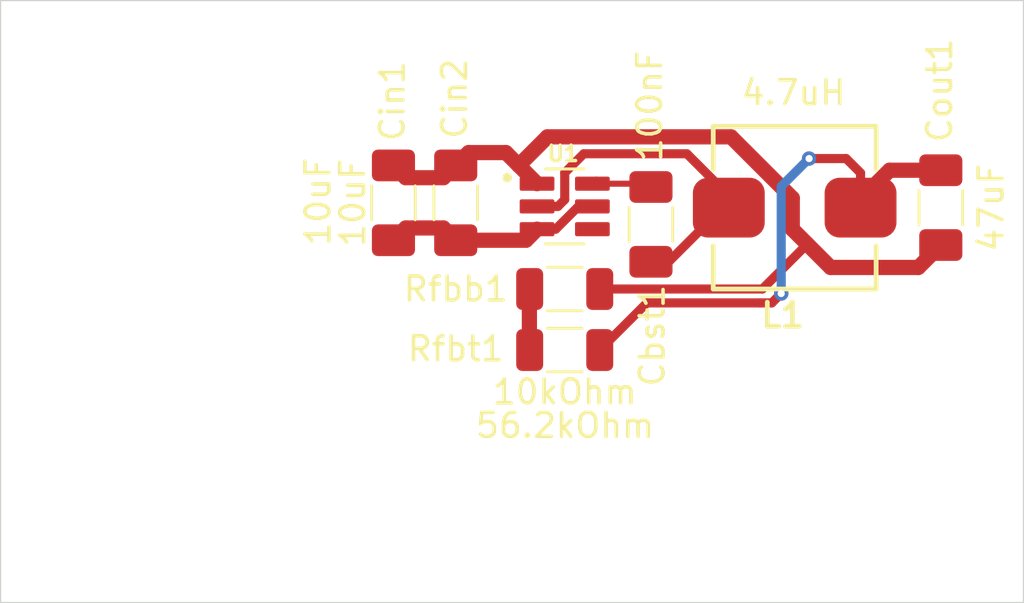
<source format=kicad_pcb>
(kicad_pcb (version 20240108) (generator "pcbnew") (generator_version "8.0")
  (layers (0 "F.Cu" signal) (31 "B.Cu" signal) (34 "B.Paste" user) (35 "F.Paste" user) (36 "B.SilkS" user "B.Silkscreen") (37 "F.SilkS" user "F.Silkscreen") (38 "B.Mask" user) (39 "F.Mask" user) (44 "Edge.Cuts" user))
  (net 0 "")
  (net 1 "/SW")
  (net 2 "/VBST")
  (net 3 "+12V")
  (net 4 "GND")
  (net 5 "+5V")
  (net 6 "/VFB")
  (footprint "Capacitor_SMD:C_1206_3216Metric_Pad1.33x1.80mm_HandSolder" (layer "F.Cu") (at 159.45 89.4 -90)
    (property "Reference" "Cbst1" (at 4.65 -0.05 90) (layer "F.SilkS"))
    (property "Value" "100nF" (at -4.95 0.05 90) (layer "F.SilkS"))
    (fp_line (start -0.711252 0.91) (end 0.711252 0.91) (stroke (width 0.12)) (layer "F.SilkS"))
    (fp_line (start -0.711252 -0.91) (end 0.711252 -0.91) (stroke (width 0.12)) (layer "F.SilkS"))
    (pad "1" smd roundrect (at -1.5625 0 270) (size 1.325 1.8) (layers "F.Cu" "F.Paste" "F.Mask") (roundrect_rratio 0.188679) (net 2 "/VBST"))
    (pad "2" smd roundrect (at 1.5625 0 270) (size 1.325 1.8) (layers "F.Cu" "F.Paste" "F.Mask") (roundrect_rratio 0.188679) (net 1 "/SW"))
  )
  (footprint "Resistor_SMD:R_1206_3216Metric" (layer "F.Cu") (at 155.85 92.1)
    (property "Reference" "Rfbb1" (at -4.55 0 0) (layer "F.SilkS"))
    (property "Value" "10kOhm" (at 0 4.3 0) (layer "F.SilkS"))
    (fp_line (start -0.727064 -0.91) (end 0.727064 -0.91) (stroke (width 0.12)) (layer "F.SilkS"))
    (fp_line (start -0.727064 0.91) (end 0.727064 0.91) (stroke (width 0.12)) (layer "F.SilkS"))
    (pad "1" smd roundrect (at -1.4625 0) (size 1.125 1.75) (layers "F.Cu" "F.Paste" "F.Mask") (roundrect_rratio 0.222222) (net 6 "/VFB"))
    (pad "2" smd roundrect (at 1.4625 0) (size 1.125 1.75) (layers "F.Cu" "F.Paste" "F.Mask") (roundrect_rratio 0.222222) (net 4 "GND"))
  )
  (footprint "Converter_DCDC:SOT95P280X110-6N" (layer "F.Cu") (at 155.85 88.65)
    (property "Reference" "U1" (at -0.068 -2.2064 0) (layer "F.SilkS") (effects (font (size 0.64 0.64))))
    (property "Value" "TPS561208DDCT")
    (fp_line (start -0.8 -1.565) (end 0.8 -1.565) (stroke (width 0.127)) (layer "F.SilkS"))
    (fp_line (start -0.8 1.565) (end 0.8 1.565) (stroke (width 0.127)) (layer "F.SilkS"))
    (fp_circle (center -2.4 -1.2) (end -2.3 -1.2) (stroke (width 0.2)) (fill none) (layer "F.SilkS"))
    (pad "1" smd roundrect (at -1.155 -0.95) (size 1.45 0.59) (layers "F.Cu" "F.Paste" "F.Mask") (roundrect_rratio 0.125) (net 4 "GND"))
    (pad "2" smd roundrect (at -1.155 0) (size 1.45 0.59) (layers "F.Cu" "F.Paste" "F.Mask") (roundrect_rratio 0.125) (net 1 "/SW"))
    (pad "3" smd roundrect (at -1.155 0.95) (size 1.45 0.59) (layers "F.Cu" "F.Paste" "F.Mask") (roundrect_rratio 0.125) (net 3 "+12V"))
    (pad "4" smd roundrect (at 1.155 0.95) (size 1.45 0.59) (layers "F.Cu" "F.Paste" "F.Mask") (roundrect_rratio 0.125) (net 6 "/VFB"))
    (pad "5" smd roundrect (at 1.155 0) (size 1.45 0.59) (layers "F.Cu" "F.Paste" "F.Mask") (roundrect_rratio 0.125) (net 3 "+12V"))
    (pad "6" smd roundrect (at 1.155 -0.95) (size 1.45 0.59) (layers "F.Cu" "F.Paste" "F.Mask") (roundrect_rratio 0.125) (net 2 "/VBST"))
  )
  (footprint "Capacitor_SMD:C_1206_3216Metric_Pad1.33x1.80mm_HandSolder" (layer "F.Cu") (at 171.55 88.7 -90)
    (property "Reference" "Cout1" (at -4.9 0.05 90) (layer "F.SilkS"))
    (property "Value" "47uF" (at 0 -2.1 90) (layer "F.SilkS"))
    (fp_line (start -0.711252 0.91) (end 0.711252 0.91) (stroke (width 0.12)) (layer "F.SilkS"))
    (fp_line (start -0.711252 -0.91) (end 0.711252 -0.91) (stroke (width 0.12)) (layer "F.SilkS"))
    (pad "1" smd roundrect (at -1.5625 0 270) (size 1.325 1.8) (layers "F.Cu" "F.Paste" "F.Mask") (roundrect_rratio 0.188679) (net 5 "+5V"))
    (pad "2" smd roundrect (at 1.5625 0 270) (size 1.325 1.8) (layers "F.Cu" "F.Paste" "F.Mask") (roundrect_rratio 0.188679) (net 4 "GND"))
  )
  (footprint "Capacitor_SMD:C_1206_3216Metric_Pad1.33x1.80mm_HandSolder" (layer "F.Cu") (at 151.3 88.5 90)
    (property "Reference" "Cin2" (at 4.35 -0.05 90) (layer "F.SilkS"))
    (property "Value" "10uF" (at 0 -4.3 90) (layer "F.SilkS"))
    (fp_line (start -0.711252 -0.91) (end 0.711252 -0.91) (stroke (width 0.12)) (layer "F.SilkS"))
    (fp_line (start -0.711252 0.91) (end 0.711252 0.91) (stroke (width 0.12)) (layer "F.SilkS"))
    (pad "1" smd roundrect (at -1.5625 0 90) (size 1.325 1.8) (layers "F.Cu" "F.Paste" "F.Mask") (roundrect_rratio 0.188679) (net 3 "+12V"))
    (pad "2" smd roundrect (at 1.5625 0 90) (size 1.325 1.8) (layers "F.Cu" "F.Paste" "F.Mask") (roundrect_rratio 0.188679) (net 4 "GND"))
  )
  (footprint "Inductor_SMD:L_6.8x6.8_H3" (layer "F.Cu") (at 165.45 88.7 180)
    (property "Reference" "L1" (at 0.5 -4.5 0) (layer "F.SilkS") (effects (font (thickness 0.2) (bold yes))))
    (property "Value" "4.7uH" (at 0.05 4.8 0) (layer "F.SilkS"))
    (fp_line (start 3.4 3.4) (end 3.4 1.6) (stroke (width 0.2)) (layer "F.SilkS"))
    (fp_line (start 3.4 -1.6) (end 3.4 -3.4) (stroke (width 0.2)) (layer "F.SilkS"))
    (fp_line (start -3.4 3.4) (end 3.4 3.4) (stroke (width 0.2)) (layer "F.SilkS"))
    (fp_line (start -3.4 3.4) (end -3.4 1.6) (stroke (width 0.2)) (layer "F.SilkS"))
    (fp_line (start -3.4 -1.6) (end -3.4 -3.4) (stroke (width 0.2)) (layer "F.SilkS"))
    (fp_line (start -3.4 -3.4) (end 3.4 -3.4) (stroke (width 0.2)) (layer "F.SilkS"))
    (pad "1" smd roundrect (at 2.75 0 180) (size 3 2.5) (layers "F.Cu" "F.Paste" "F.Mask") (net 1 "/SW"))
    (pad "2" smd roundrect (at -2.75 0 180) (size 3 2.5) (layers "F.Cu" "F.Paste" "F.Mask") (net 5 "+5V"))
  )
  (footprint "Resistor_SMD:R_1206_3216Metric" (layer "F.Cu") (at 155.85 94.65 180)
    (property "Reference" "Rfbt1" (at 4.55 0.05 0) (layer "F.SilkS"))
    (property "Value" "56.2kOhm" (at -0.0125 -3.15 0) (layer "F.SilkS"))
    (fp_line (start -0.727064 0.91) (end 0.727064 0.91) (stroke (width 0.12)) (layer "F.SilkS"))
    (fp_line (start -0.727064 -0.91) (end 0.727064 -0.91) (stroke (width 0.12)) (layer "F.SilkS"))
    (pad "1" smd roundrect (at -1.4625 0 180) (size 1.125 1.75) (layers "F.Cu" "F.Paste" "F.Mask") (roundrect_rratio 0.222222) (net 5 "+5V"))
    (pad "2" smd roundrect (at 1.4625 0 180) (size 1.125 1.75) (layers "F.Cu" "F.Paste" "F.Mask") (roundrect_rratio 0.222222) (net 6 "/VFB"))
  )
  (footprint "Capacitor_SMD:C_1206_3216Metric_Pad1.33x1.80mm_HandSolder" (layer "F.Cu") (at 148.7 88.5 90)
    (property "Reference" "Cin1" (at 4.25 -0.05 90) (layer "F.SilkS"))
    (property "Value" "10uF" (at 0.05 -3.15 90) (layer "F.SilkS"))
    (fp_line (start -0.711252 -0.91) (end 0.711252 -0.91) (stroke (width 0.12)) (layer "F.SilkS"))
    (fp_line (start -0.711252 0.91) (end 0.711252 0.91) (stroke (width 0.12)) (layer "F.SilkS"))
    (pad "1" smd roundrect (at -1.5625 0 90) (size 1.325 1.8) (layers "F.Cu" "F.Paste" "F.Mask") (roundrect_rratio 0.188679) (net 3 "+12V"))
    (pad "2" smd roundrect (at 1.5625 0 90) (size 1.325 1.8) (layers "F.Cu" "F.Paste" "F.Mask") (roundrect_rratio 0.188679) (net 4 "GND"))
  )
  (gr_rect (start 132.3 80.05) (end 175 105.2) (stroke (width 0.05)) (fill none) (layer "Edge.Cuts"))
  (segment (start 155.5645 88.65) (end 154.695 88.65) (width 0.381) (layer "F.Cu") (net 1))
  (segment (start 159.35 90.9125) (end 160.2375 90.9125) (width 0.381) (layer "F.Cu") (net 1))
  (segment (start 160.95 86.45) (end 156.644906 86.45) (width 0.381) (layer "F.Cu") (net 1))
  (segment (start 155.85 88.3645) (end 155.5645 88.65) (width 0.381) (layer "F.Cu") (net 1))
  (segment (start 162.45 88.7) (end 162.45 87.95) (width 0.381) (layer "F.Cu") (net 1))
  (segment (start 155.25 88.65) (end 154.695 88.65) (width 0.254) (layer "F.Cu") (net 1))
  (segment (start 156.644906 86.45) (end 155.85 87.244906) (width 0.381) (layer "F.Cu") (net 1))
  (segment (start 155.85 87.244906) (end 155.85 88.3645) (width 0.381) (layer "F.Cu") (net 1))
  (segment (start 162.45 87.95) (end 160.95 86.45) (width 0.381) (layer "F.Cu") (net 1))
  (segment (start 160.2375 90.9125) (end 162.45 88.7) (width 0.381) (layer "F.Cu") (net 1))
  (segment (start 157.005 87.7) (end 159.2625 87.7) (width 0.254) (layer "F.Cu") (net 2))
  (segment (start 157.175 87.53) (end 157.005 87.7) (width 0.254) (layer "F.Cu") (net 2))
  (segment (start 159.2625 87.7) (end 159.35 87.7875) (width 0.254) (layer "F.Cu") (net 2))
  (segment (start 154.695 89.6) (end 155.473906 89.6) (width 0.381) (layer "F.Cu") (net 3))
  (segment (start 154.2325 90.0625) (end 154.695 89.6) (width 0.635) (layer "F.Cu") (net 3))
  (segment (start 151.3 90.0625) (end 150.7875 89.55) (width 0.635) (layer "F.Cu") (net 3))
  (segment (start 149.2125 89.55) (end 148.7 90.0625) (width 0.635) (layer "F.Cu") (net 3))
  (segment (start 156.423906 88.65) (end 157.005 88.65) (width 0.381) (layer "F.Cu") (net 3))
  (segment (start 151.3 90.0625) (end 154.2325 90.0625) (width 0.635) (layer "F.Cu") (net 3))
  (segment (start 155.473906 89.6) (end 156.423906 88.65) (width 0.381) (layer "F.Cu") (net 3))
  (segment (start 150.7875 89.55) (end 149.2125 89.55) (width 0.635) (layer "F.Cu") (net 3))
  (segment (start 151.3 86.9375) (end 151.8375 86.4) (width 0.635) (layer "F.Cu") (net 4))
  (segment (start 170.6125 91.2) (end 166.95 91.2) (width 0.635) (layer "F.Cu") (net 4))
  (segment (start 166.95 91.2) (end 165.975 90.225) (width 0.635) (layer "F.Cu") (net 4))
  (segment (start 151.3 86.9375) (end 150.7875 87.45) (width 0.635) (layer "F.Cu") (net 4))
  (segment (start 151.8375 86.4) (end 153.395 86.4) (width 0.635) (layer "F.Cu") (net 4))
  (segment (start 162.792 85.742) (end 155.128 85.742) (width 0.635) (layer "F.Cu") (net 4))
  (segment (start 164.1 92.1) (end 165.975 90.225) (width 0.381) (layer "F.Cu") (net 4))
  (segment (start 157.3125 92.1) (end 164.1 92.1) (width 0.381) (layer "F.Cu") (net 4))
  (segment (start 165.35 88.3) (end 162.792 85.742) (width 0.635) (layer "F.Cu") (net 4))
  (segment (start 150.7875 87.45) (end 149.2125 87.45) (width 0.635) (layer "F.Cu") (net 4))
  (segment (start 171.55 90.2625) (end 170.6125 91.2) (width 0.635) (layer "F.Cu") (net 4))
  (segment (start 155.128 85.742) (end 153.9325 86.9375) (width 0.635) (layer "F.Cu") (net 4))
  (segment (start 153.9325 86.9375) (end 154.695 87.7) (width 0.635) (layer "F.Cu") (net 4))
  (segment (start 165.975 90.225) (end 165.35 89.6) (width 0.635) (layer "F.Cu") (net 4))
  (segment (start 153.395 86.4) (end 153.9325 86.9375) (width 0.635) (layer "F.Cu") (net 4))
  (segment (start 149.2125 87.45) (end 148.7 86.9375) (width 0.635) (layer "F.Cu") (net 4))
  (segment (start 165.35 89.6) (end 165.35 88.3) (width 0.635) (layer "F.Cu") (net 4))
  (segment (start 159.2815 92.681) (end 164 92.681) (width 0.381) (layer "F.Cu") (net 5))
  (segment (start 167.95 88.6) (end 169.4125 87.1375) (width 0.635) (layer "F.Cu") (net 5))
  (segment (start 168.2 87.25) (end 168.2 88.7) (width 0.381) (layer "F.Cu") (net 5))
  (segment (start 157.3125 94.4375) (end 157.3 94.45) (width 0.254) (layer "F.Cu") (net 5))
  (segment (start 167.95 88.7) (end 167.95 88.6) (width 0.635) (layer "F.Cu") (net 5))
  (segment (start 167.6 86.65) (end 168.2 87.25) (width 0.381) (layer "F.Cu") (net 5))
  (segment (start 169.4125 87.1375) (end 171.55 87.1375) (width 0.635) (layer "F.Cu") (net 5))
  (segment (start 164 92.681) (end 164.495516 92.681) (width 0.381) (layer "F.Cu") (net 5))
  (segment (start 164.495516 92.681) (end 164.888258 92.288258) (width 0.381) (layer "F.Cu") (net 5))
  (segment (start 166.05 86.65) (end 167.6 86.65) (width 0.381) (layer "F.Cu") (net 5))
  (segment (start 157.3125 94.65) (end 159.2815 92.681) (width 0.381) (layer "F.Cu") (net 5))
  (via (at 164.888258 92.288258) (size 0.6) (drill 0.3) (layers "F.Cu" "B.Cu") (net 5))
  (via (at 166.05 86.65) (size 0.6) (drill 0.3) (layers "F.Cu" "B.Cu") (net 5))
  (segment (start 164.888258 92.288258) (end 164.888258 87.811742) (width 0.381) (layer "B.Cu") (net 5))
  (segment (start 164.888258 87.811742) (end 166.05 86.65) (width 0.381) (layer "B.Cu") (net 5))
  (segment (start 157.005 89.6) (end 157.15 89.6) (width 0.254) (layer "F.Cu") (net 6))
  (segment (start 154.375 92.0125) (end 154.3875 92) (width 0.635) (layer "F.Cu") (net 6))
  (segment (start 154.375 94.45) (end 154.375 92.0125) (width 0.635) (layer "F.Cu") (net 6))
)
</source>
